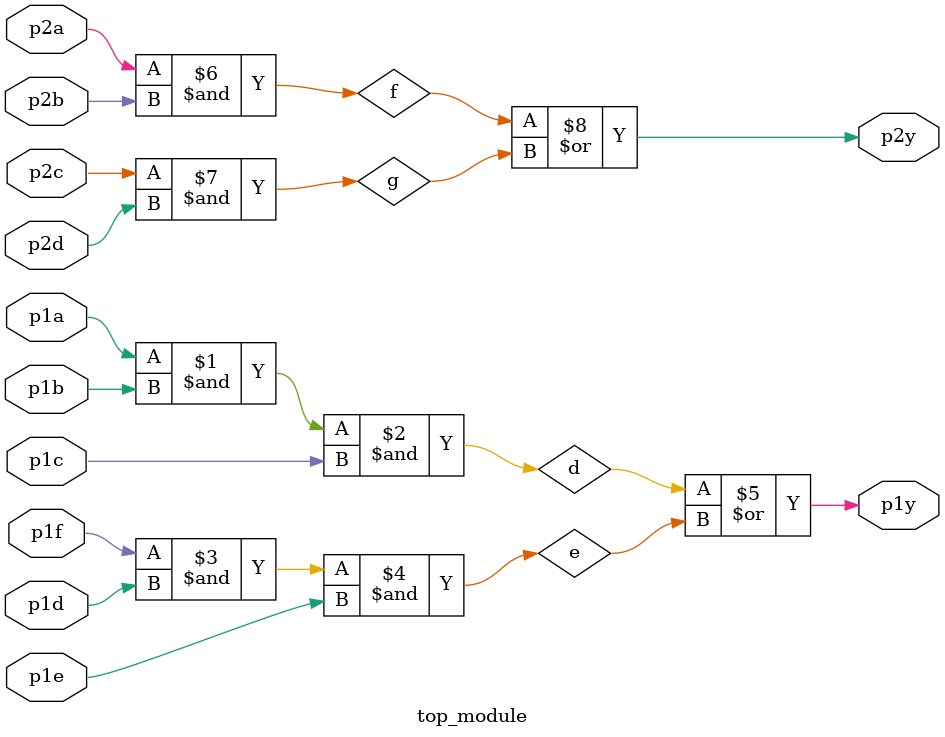
<source format=v>
module top_module ( 
    input p1a, p1b, p1c, p1d, p1e, p1f,
    output p1y,
    input p2a, p2b, p2c, p2d,
    output p2y );
wire d,e,f,g;
    assign d=p1a&p1b&p1c;
    assign e=p1f&p1d&p1e;
    assign p1y=d|e;
    assign f=p2a&p2b;
    assign g=p2c&p2d;
    assign 
        p2y=f|g;

endmodule
</source>
